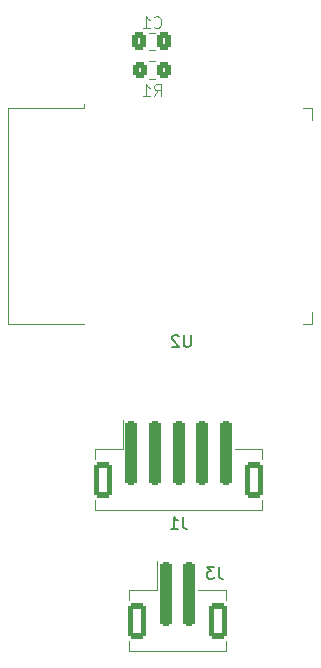
<source format=gbo>
G04 #@! TF.GenerationSoftware,KiCad,Pcbnew,(6.0.5)*
G04 #@! TF.CreationDate,2022-05-21T23:03:55+02:00*
G04 #@! TF.ProjectId,HighBong_V2,48696768-426f-46e6-975f-56322e6b6963,rev?*
G04 #@! TF.SameCoordinates,Original*
G04 #@! TF.FileFunction,Legend,Bot*
G04 #@! TF.FilePolarity,Positive*
%FSLAX46Y46*%
G04 Gerber Fmt 4.6, Leading zero omitted, Abs format (unit mm)*
G04 Created by KiCad (PCBNEW (6.0.5)) date 2022-05-21 23:03:55*
%MOMM*%
%LPD*%
G01*
G04 APERTURE LIST*
G04 Aperture macros list*
%AMRoundRect*
0 Rectangle with rounded corners*
0 $1 Rounding radius*
0 $2 $3 $4 $5 $6 $7 $8 $9 X,Y pos of 4 corners*
0 Add a 4 corners polygon primitive as box body*
4,1,4,$2,$3,$4,$5,$6,$7,$8,$9,$2,$3,0*
0 Add four circle primitives for the rounded corners*
1,1,$1+$1,$2,$3*
1,1,$1+$1,$4,$5*
1,1,$1+$1,$6,$7*
1,1,$1+$1,$8,$9*
0 Add four rect primitives between the rounded corners*
20,1,$1+$1,$2,$3,$4,$5,0*
20,1,$1+$1,$4,$5,$6,$7,0*
20,1,$1+$1,$6,$7,$8,$9,0*
20,1,$1+$1,$8,$9,$2,$3,0*%
G04 Aperture macros list end*
%ADD10C,0.150000*%
%ADD11C,0.120000*%
%ADD12R,1.700000X1.700000*%
%ADD13O,1.700000X1.700000*%
%ADD14RoundRect,0.250000X-0.250000X-2.500000X0.250000X-2.500000X0.250000X2.500000X-0.250000X2.500000X0*%
%ADD15RoundRect,0.250000X-0.550000X-1.250000X0.550000X-1.250000X0.550000X1.250000X-0.550000X1.250000X0*%
%ADD16RoundRect,0.250000X0.337500X0.475000X-0.337500X0.475000X-0.337500X-0.475000X0.337500X-0.475000X0*%
%ADD17RoundRect,0.250000X-0.350000X-0.450000X0.350000X-0.450000X0.350000X0.450000X-0.350000X0.450000X0*%
%ADD18R,0.900000X2.000000*%
%ADD19R,2.000000X0.900000*%
%ADD20R,5.000000X5.000000*%
G04 APERTURE END LIST*
D10*
X112093333Y-142824380D02*
X112093333Y-143538666D01*
X112140952Y-143681523D01*
X112236190Y-143776761D01*
X112379047Y-143824380D01*
X112474285Y-143824380D01*
X111093333Y-143824380D02*
X111664761Y-143824380D01*
X111379047Y-143824380D02*
X111379047Y-142824380D01*
X111474285Y-142967238D01*
X111569523Y-143062476D01*
X111664761Y-143110095D01*
D11*
X109666666Y-101357142D02*
X109714285Y-101404761D01*
X109857142Y-101452380D01*
X109952380Y-101452380D01*
X110095238Y-101404761D01*
X110190476Y-101309523D01*
X110238095Y-101214285D01*
X110285714Y-101023809D01*
X110285714Y-100880952D01*
X110238095Y-100690476D01*
X110190476Y-100595238D01*
X110095238Y-100500000D01*
X109952380Y-100452380D01*
X109857142Y-100452380D01*
X109714285Y-100500000D01*
X109666666Y-100547619D01*
X108714285Y-101452380D02*
X109285714Y-101452380D01*
X109000000Y-101452380D02*
X109000000Y-100452380D01*
X109095238Y-100595238D01*
X109190476Y-100690476D01*
X109285714Y-100738095D01*
X109666666Y-107202380D02*
X110000000Y-106726190D01*
X110238095Y-107202380D02*
X110238095Y-106202380D01*
X109857142Y-106202380D01*
X109761904Y-106250000D01*
X109714285Y-106297619D01*
X109666666Y-106392857D01*
X109666666Y-106535714D01*
X109714285Y-106630952D01*
X109761904Y-106678571D01*
X109857142Y-106726190D01*
X110238095Y-106726190D01*
X108714285Y-107202380D02*
X109285714Y-107202380D01*
X109000000Y-107202380D02*
X109000000Y-106202380D01*
X109095238Y-106345238D01*
X109190476Y-106440476D01*
X109285714Y-106488095D01*
D10*
X115133333Y-147052380D02*
X115133333Y-147766666D01*
X115180952Y-147909523D01*
X115276190Y-148004761D01*
X115419047Y-148052380D01*
X115514285Y-148052380D01*
X114752380Y-147052380D02*
X114133333Y-147052380D01*
X114466666Y-147433333D01*
X114323809Y-147433333D01*
X114228571Y-147480952D01*
X114180952Y-147528571D01*
X114133333Y-147623809D01*
X114133333Y-147861904D01*
X114180952Y-147957142D01*
X114228571Y-148004761D01*
X114323809Y-148052380D01*
X114609523Y-148052380D01*
X114704761Y-148004761D01*
X114752380Y-147957142D01*
X112761904Y-127452380D02*
X112761904Y-128261904D01*
X112714285Y-128357142D01*
X112666666Y-128404761D01*
X112571428Y-128452380D01*
X112380952Y-128452380D01*
X112285714Y-128404761D01*
X112238095Y-128357142D01*
X112190476Y-128261904D01*
X112190476Y-127452380D01*
X111761904Y-127547619D02*
X111714285Y-127500000D01*
X111619047Y-127452380D01*
X111380952Y-127452380D01*
X111285714Y-127500000D01*
X111238095Y-127547619D01*
X111190476Y-127642857D01*
X111190476Y-127738095D01*
X111238095Y-127880952D01*
X111809523Y-128452380D01*
X111190476Y-128452380D01*
D11*
X104675000Y-141432000D02*
X104675000Y-142282000D01*
X107000000Y-137062000D02*
X107000000Y-134672000D01*
X118845000Y-137062000D02*
X116520000Y-137062000D01*
X104675000Y-142282000D02*
X118845000Y-142282000D01*
X118845000Y-137912000D02*
X118845000Y-137062000D01*
X118845000Y-142282000D02*
X118845000Y-141432000D01*
X104675000Y-137062000D02*
X107000000Y-137062000D01*
X104675000Y-137912000D02*
X104675000Y-137062000D01*
X109735252Y-103300200D02*
X109212748Y-103300200D01*
X109735252Y-101830200D02*
X109212748Y-101830200D01*
X109272336Y-104268600D02*
X109726464Y-104268600D01*
X109272336Y-105738600D02*
X109726464Y-105738600D01*
X115747000Y-149850000D02*
X115747000Y-149000000D01*
X107577000Y-149850000D02*
X107577000Y-149000000D01*
X107577000Y-153370000D02*
X107577000Y-154220000D01*
X115747000Y-149000000D02*
X113422000Y-149000000D01*
X107577000Y-149000000D02*
X109902000Y-149000000D01*
X109902000Y-149000000D02*
X109902000Y-146610000D01*
X115747000Y-154220000D02*
X115747000Y-153370000D01*
X107577000Y-154220000D02*
X115747000Y-154220000D01*
X103755000Y-108228000D02*
X103755000Y-107848000D01*
X97335000Y-108228000D02*
X97335000Y-126468000D01*
X97335000Y-126468000D02*
X103755000Y-126468000D01*
X122300000Y-126468000D02*
X123080000Y-126468000D01*
X97335000Y-108228000D02*
X103755000Y-108228000D01*
X123080000Y-126468000D02*
X123080000Y-125468000D01*
X122300000Y-108228000D02*
X123080000Y-108228000D01*
X123080000Y-108228000D02*
X123080000Y-109228000D01*
%LPC*%
D12*
X122174000Y-146802000D03*
D13*
X122174000Y-144262000D03*
X122174000Y-141722000D03*
X122174000Y-139182000D03*
D14*
X107760000Y-137422000D03*
X109760000Y-137422000D03*
X111760000Y-137422000D03*
X113760000Y-137422000D03*
X115760000Y-137422000D03*
D15*
X118160000Y-139672000D03*
X105360000Y-139672000D03*
D16*
X110511500Y-102565200D03*
X108436500Y-102565200D03*
D17*
X108499400Y-105003600D03*
X110499400Y-105003600D03*
D14*
X110662000Y-149360000D03*
X112662000Y-149360000D03*
D15*
X115062000Y-151610000D03*
X108262000Y-151610000D03*
D18*
X104945000Y-108848000D03*
X106215000Y-108848000D03*
X107485000Y-108848000D03*
X108755000Y-108848000D03*
X110025000Y-108848000D03*
X111295000Y-108848000D03*
X112565000Y-108848000D03*
X113835000Y-108848000D03*
X115105000Y-108848000D03*
X116375000Y-108848000D03*
X117645000Y-108848000D03*
X118915000Y-108848000D03*
X120185000Y-108848000D03*
X121455000Y-108848000D03*
D19*
X122455000Y-111633000D03*
X122455000Y-112903000D03*
X122455000Y-114173000D03*
X122455000Y-115443000D03*
X122455000Y-116713000D03*
X122455000Y-117983000D03*
X122455000Y-119253000D03*
X122455000Y-120523000D03*
X122455000Y-121793000D03*
X122455000Y-123063000D03*
D18*
X121455000Y-125848000D03*
X120185000Y-125848000D03*
X118915000Y-125848000D03*
X117645000Y-125848000D03*
X116375000Y-125848000D03*
X115105000Y-125848000D03*
X113835000Y-125848000D03*
X112565000Y-125848000D03*
X111295000Y-125848000D03*
X110025000Y-125848000D03*
X108755000Y-125848000D03*
X107485000Y-125848000D03*
X106215000Y-125848000D03*
X104945000Y-125848000D03*
D20*
X112445000Y-116348000D03*
M02*

</source>
